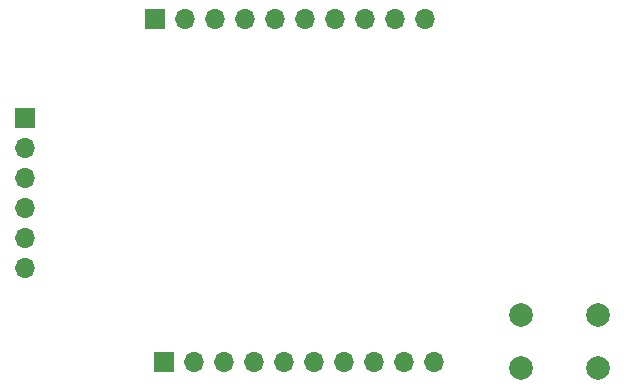
<source format=gbr>
G04 #@! TF.GenerationSoftware,KiCad,Pcbnew,5.0.2+dfsg1-1*
G04 #@! TF.CreationDate,2019-09-12T15:21:08-03:00*
G04 #@! TF.ProjectId,projeto1,70726f6a-6574-46f3-912e-6b696361645f,rev?*
G04 #@! TF.SameCoordinates,Original*
G04 #@! TF.FileFunction,Copper,L2,Bot*
G04 #@! TF.FilePolarity,Positive*
%FSLAX46Y46*%
G04 Gerber Fmt 4.6, Leading zero omitted, Abs format (unit mm)*
G04 Created by KiCad (PCBNEW 5.0.2+dfsg1-1) date qui 12 set 2019 15:21:08 -03*
%MOMM*%
%LPD*%
G01*
G04 APERTURE LIST*
G04 #@! TA.AperFunction,ComponentPad*
%ADD10C,2.000000*%
G04 #@! TD*
G04 #@! TA.AperFunction,ComponentPad*
%ADD11R,1.700000X1.700000*%
G04 #@! TD*
G04 #@! TA.AperFunction,ComponentPad*
%ADD12O,1.700000X1.700000*%
G04 #@! TD*
G04 APERTURE END LIST*
D10*
G04 #@! TO.P,SW1,2*
G04 #@! TO.N,Net-(C1-Pad1)*
X115000000Y-92500000D03*
G04 #@! TO.P,SW1,1*
G04 #@! TO.N,GND*
X115000000Y-88000000D03*
G04 #@! TO.P,SW1,2*
G04 #@! TO.N,Net-(C1-Pad1)*
X121500000Y-92500000D03*
G04 #@! TO.P,SW1,1*
G04 #@! TO.N,GND*
X121500000Y-88000000D03*
G04 #@! TD*
D11*
G04 #@! TO.P,J4,1*
G04 #@! TO.N,Pino11*
X73000000Y-71380000D03*
D12*
G04 #@! TO.P,J4,2*
G04 #@! TO.N,Pino12*
X73000000Y-73920000D03*
G04 #@! TO.P,J4,3*
G04 #@! TO.N,Pino18*
X73000000Y-76460000D03*
G04 #@! TO.P,J4,4*
G04 #@! TO.N,Pino19*
X73000000Y-79000000D03*
G04 #@! TO.P,J4,5*
G04 #@! TO.N,Pino20*
X73000000Y-81540000D03*
G04 #@! TO.P,J4,6*
G04 #@! TO.N,Pino21*
X73000000Y-84080000D03*
G04 #@! TD*
G04 #@! TO.P,J3,10*
G04 #@! TO.N,Pino33*
X107620000Y-92000000D03*
G04 #@! TO.P,J3,9*
G04 #@! TO.N,Pino32*
X105080000Y-92000000D03*
G04 #@! TO.P,J3,8*
G04 #@! TO.N,Pino31*
X102540000Y-92000000D03*
G04 #@! TO.P,J3,7*
G04 #@! TO.N,Pino30*
X100000000Y-92000000D03*
G04 #@! TO.P,J3,6*
G04 #@! TO.N,Pino29*
X97460000Y-92000000D03*
G04 #@! TO.P,J3,5*
G04 #@! TO.N,Pino28*
X94920000Y-92000000D03*
G04 #@! TO.P,J3,4*
G04 #@! TO.N,Pino27*
X92380000Y-92000000D03*
G04 #@! TO.P,J3,3*
G04 #@! TO.N,Pino26*
X89840000Y-92000000D03*
G04 #@! TO.P,J3,2*
G04 #@! TO.N,Pino25*
X87300000Y-92000000D03*
D11*
G04 #@! TO.P,J3,1*
G04 #@! TO.N,Pino22*
X84760000Y-92000000D03*
G04 #@! TD*
G04 #@! TO.P,J2,1*
G04 #@! TO.N,Pino10*
X84000000Y-63000000D03*
D12*
G04 #@! TO.P,J2,2*
G04 #@! TO.N,Pino9*
X86540000Y-63000000D03*
G04 #@! TO.P,J2,3*
G04 #@! TO.N,Pino8*
X89080000Y-63000000D03*
G04 #@! TO.P,J2,4*
G04 #@! TO.N,Pino41*
X91620000Y-63000000D03*
G04 #@! TO.P,J2,5*
G04 #@! TO.N,Pino40*
X94160000Y-63000000D03*
G04 #@! TO.P,J2,6*
G04 #@! TO.N,Pino39*
X96700000Y-63000000D03*
G04 #@! TO.P,J2,7*
G04 #@! TO.N,Pino38*
X99240000Y-63000000D03*
G04 #@! TO.P,J2,8*
G04 #@! TO.N,Pino37*
X101780000Y-63000000D03*
G04 #@! TO.P,J2,9*
G04 #@! TO.N,Pino36*
X104320000Y-63000000D03*
G04 #@! TO.P,J2,10*
G04 #@! TO.N,Pino1*
X106860000Y-63000000D03*
G04 #@! TD*
M02*

</source>
